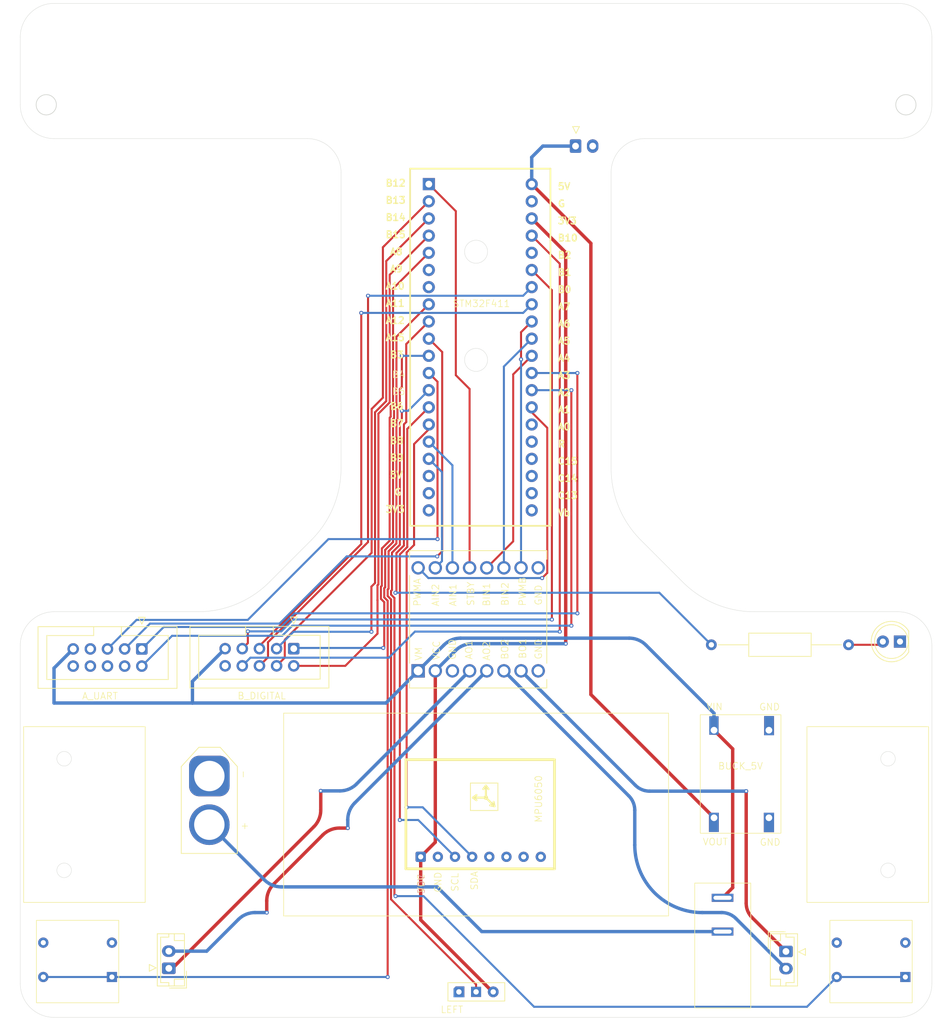
<source format=kicad_pcb>
(kicad_pcb (version 20241229) (generator "pcbnew") (generator_version "9.0")
  (layers (0 "F.Cu" signal) (2 "B.Cu" signal) (5 "F.SilkS" user "F.Silkscreen") (7 "B.SilkS" user "B.Silkscreen") (1 "F.Mask" user) (3 "B.Mask" user) (25 "Edge.Cuts" user))
  (net 0 "")
  (net 1 "C_GND")
  (net 2 "V_SW")
  (net 3 "V_BAT")
  (net 4 "5V")
  (net 6 "JPULSE")
  (net 7 "D7")
  (net 8 "D6")
  (net 9 "D4")
  (net 10 "D0")
  (net 11 "D1")
  (net 12 "D3")
  (net 13 "D5")
  (net 14 "D2")
  (net 15 "LSA_UEN")
  (net 19 "LSA_RX")
  (net 21 "LSA_TX")
  (net 22 "PRIORITY_SW")
  (net 25 "BI2")
  (net 29 "BI1")
  (net 30 "PWMA")
  (net 31 "STBY")
  (net 32 "PWMB")
  (net 33 "S_3V3")
  (net 35 "MPU_SCL")
  (net 36 "AI1")
  (net 37 "AI2")
  (net 39 "MPU_SDA")
  (net 40 "SW_TRY")
  (net 41 "LED_F")
  (net 43 "SW_RUN")
  (net 46 "AO1")
  (net 47 "AO2")
  (net 48 "BO1")
  (net 49 "BO2")
  (net 57 "Net-(D1-A)")
  (footprint "LINE_F_FOOT_LIB:BATTERY_LINE_XT60" (layer "F.Cu") (at 41.45 141.8 -90)
    (property "Reference" "BT1" (hide yes))
    (property "Value" "Battery")
  )
  (footprint "LINE_F_FOOT_LIB:LSA_UART" (layer "F.Cu") (at 45.2 123.59)
    (property "Reference" "LSA_UART1" (hide yes))
    (property "Value" "~")
  )
  (footprint "LINE_F_FOOT_LIB:connector_motor" (layer "F.Cu") (at 103.59 47.59)
    (property "Reference" "M4" (hide yes))
    (property "Value" "NOT_MOTOR" (hide yes))
  )
  (footprint "LINE_F_FOOT_LIB:MPU6050_AR" (layer "F.Cu") (at 99.112 150.03 90)
    (property "Reference" "MPU1" (hide yes))
    (property "Value" "~" (hide yes))
  )
  (footprint "LINE_F_FOOT_LIB:LED_LINE" (layer "F.Cu") (at 148.825 111.6025 180)
    (property "Reference" "D1" (hide yes))
    (property "Value" "LED" (hide yes))
  )
  (footprint "LINE_F_FOOT_LIB:battery_sw" (layer "F.Cu") (at 124 161.5 -90)
    (property "Reference" "SW1" (hide yes))
    (property "Value" "SW_SPST")
  )
  (footprint "LINE_F_FOOT_LIB:connector_motor" (layer "F.Cu") (at 46.48 163.39 90)
    (property "Reference" "M2" (hide yes))
    (property "Value" "Motor_DC" (hide yes))
  )
  (footprint "LINE_F_FOOT_LIB:connector_motor" (layer "F.Cu") (at 128.91 163.61 -90)
    (property "Reference" "M3" (hide yes))
    (property "Value" "Motor_DC" (hide yes))
  )
  (footprint "LINE_F_FOOT_LIB:RESISTOR_LINE" (layer "F.Cu") (at 132.67 120.7375)
    (property "Reference" "R1" (hide yes))
    (property "Value" "R" (hide yes))
  )
  (footprint "LINE_F_FOOT_LIB:push_button" (layer "F.Cu") (at 146.5 164 180)
    (property "Reference" "SW3" (hide yes))
    (property "Value" "SW_Push")
  )
  (footprint "LINE_F_FOOT_LIB:FINAL_BLACKPILL_LINE" (layer "F.Cu") (at 88.12 72.87)
    (property "Reference" "m1" (hide yes))
    (property "Value" "BLACKPILL")
  )
  (footprint "LINE_F_FOOT_LIB:SLIDE SW" (layer "F.Cu") (at 87.45 171.3125)
    (property "Reference" "SW2" (hide yes))
    (property "Value" "SW_SPDT" (hide yes))
  )
  (footprint "LINE_F_FOOT_LIB:push_button" (layer "F.Cu") (at 29 164 180)
    (property "Reference" "SW4" (hide yes))
    (property "Value" "SW_Push")
  )
  (footprint "LINE_F_FOOT_LIB:TB6612FNG_LINE" (layer "F.Cu") (at 87.81 113.12 90)
    (property "Reference" "U1" (hide yes))
    (property "Value" "TB6612FNG_LINE")
  )
  (footprint "LINE_F_FOOT_LIB:LSA_DIGITAL" (layer "F.Cu") (at 70.06 120.61)
    (property "Reference" "LSA_DIGITAL1" (hide yes))
    (property "Value" "~")
  )
  (footprint "LINE_F_FOOT_LIB:BUCK_SMD" (layer "F.Cu") (at 140 139.563)
    (property "Reference" "BUCK1" (hide yes))
    (property "Value" "~" (hide yes))
  )
  (gr_rect (start 136.5 129) (end 154.5 155) (stroke (width 0.1)) (fill no) (layer "F.SilkS"))
  (gr_rect (start 20.5 129) (end 38.5 155) (stroke (width 0.1)) (fill no) (layer "F.SilkS"))
  (gr_rect (start 59 127) (end 116 157) (stroke (width 0.1)) (fill no) (layer "F.SilkS"))
  (gr_circle (center 26.5 150.255) (end 27.577631 150.255) (stroke (width 0.05)) (fill no) (layer "Edge.Cuts"))
  (gr_line (start 150 22) (end 87.5 22) (stroke (width 0.05)) (layer "Edge.Cuts"))
  (gr_line (start 20 37) (end 20 27) (stroke (width 0.05)) (layer "Edge.Cuts"))
  (gr_circle (center 26.5 133.745) (end 27.577631 133.745) (stroke (width 0.05)) (fill no) (layer "Edge.Cuts"))
  (gr_arc (start 62.5 42) (mid 66.035534 43.464466) (end 67.5 47) (stroke (width 0.05)) (layer "Edge.Cuts"))
  (gr_line (start 25 22) (end 87.5 22) (stroke (width 0.05)) (layer "Edge.Cuts"))
  (gr_circle (center 87.5 74.74) (end 89.024 73.978) (stroke (width 0.05)) (fill no) (layer "Edge.Cuts"))
  (gr_arc (start 25 42) (mid 21.464466 40.535534) (end 20 37) (stroke (width 0.05)) (layer "Edge.Cuts"))
  (gr_circle (center 87.5 58.74) (end 89.203884 58.74) (stroke (width 0.05)) (fill no) (layer "Edge.Cuts"))
  (gr_line (start 20 117) (end 20 167) (stroke (width 0.05)) (layer "Edge.Cuts"))
  (gr_arc (start 20 117) (mid 21.464466 113.464466) (end 25 112) (stroke (width 0.05)) (layer "Edge.Cuts"))
  (gr_line (start 118.106601 107.606601) (end 111.893398 101.393398) (stroke (width 0.05)) (layer "Edge.Cuts"))
  (gr_arc (start 150 22) (mid 153.535534 23.464466) (end 155 27) (stroke (width 0.05)) (layer "Edge.Cuts"))
  (gr_line (start 155 117) (end 155 167) (stroke (width 0.05)) (layer "Edge.Cuts"))
  (gr_line (start 25 112) (end 46.286798 112) (stroke (width 0.05)) (layer "Edge.Cuts"))
  (gr_arc (start 20 27) (mid 21.464466 23.464466) (end 25 22) (stroke (width 0.05)) (layer "Edge.Cuts"))
  (gr_arc (start 111.893398 101.393398) (mid 108.641808 96.527048) (end 107.5 90.786797) (stroke (width 0.05)) (layer "Edge.Cuts"))
  (gr_arc (start 107.5 47) (mid 108.964466 43.464466) (end 112.5 42) (stroke (width 0.05)) (layer "Edge.Cuts"))
  (gr_line (start 155 37) (end 155 27) (stroke (width 0.05)) (layer "Edge.Cuts"))
  (gr_line (start 25 172) (end 87.5 172) (stroke (width 0.05)) (layer "Edge.Cuts"))
  (gr_line (start 150 172) (end 87.5 172) (stroke (width 0.05)) (layer "Edge.Cuts"))
  (gr_line (start 63.106602 101.393399) (end 56.893399 107.606602) (stroke (width 0.05)) (layer "Edge.Cuts"))
  (gr_arc (start 155 37) (mid 153.535534 40.535534) (end 150 42) (stroke (width 0.05)) (layer "Edge.Cuts"))
  (gr_circle (center 151.15 37) (end 152.65 37) (stroke (width 0.1)) (fill no) (layer "Edge.Cuts"))
  (gr_circle (center 148.5 150.255) (end 149.577631 150.255) (stroke (width 0.05)) (fill no) (layer "Edge.Cuts"))
  (gr_arc (start 155 167) (mid 153.535534 170.535534) (end 150 172) (stroke (width 0.05)) (layer "Edge.Cuts"))
  (gr_circle (center 148.5 133.745) (end 149.577631 133.745) (stroke (width 0.05)) (fill no) (layer "Edge.Cuts"))
  (gr_line (start 150 112) (end 128.713203 112) (stroke (width 0.05)) (layer "Edge.Cuts"))
  (gr_arc (start 67.500001 90.786797) (mid 66.358194 96.527049) (end 63.106602 101.393399) (stroke (width 0.05)) (layer "Edge.Cuts"))
  (gr_line (start 150 42) (end 112.5 42) (stroke (width 0.05)) (layer "Edge.Cuts"))
  (gr_line (start 107.5 47) (end 107.5 90.786797) (stroke (width 0.05)) (layer "Edge.Cuts"))
  (gr_line (start 67.5 47) (end 67.500001 90.786797) (stroke (width 0.05)) (layer "Edge.Cuts"))
  (gr_line (start 25 42) (end 62.5 42) (stroke (width 0.05)) (layer "Edge.Cuts"))
  (gr_arc (start 25 172) (mid 21.464466 170.535534) (end 20 167) (stroke (width 0.05)) (layer "Edge.Cuts"))
  (gr_arc (start 150 112) (mid 153.535534 113.464466) (end 155 117) (stroke (width 0.05)) (layer "Edge.Cuts"))
  (gr_arc (start 56.893399 107.606602) (mid 52.027049 110.858192) (end 46.286798 112) (stroke (width 0.05)) (layer "Edge.Cuts"))
  (gr_arc (start 128.713203 112) (mid 122.972951 110.858193) (end 118.106601 107.606601) (stroke (width 0.05)) (layer "Edge.Cuts"))
  (gr_circle (center 23.85 37) (end 25.35 37) (stroke (width 0.1)) (fill no) (layer "Edge.Cuts"))
  (gr_text "B4" (at 75 77.5 0) (layer "F.SilkS") (effects (font (size 1 1) (thickness 0.1)) (justify left bottom)))
  (gr_text "B5\n" (at 75 80 0) (layer "F.SilkS") (effects (font (size 1 1) (thickness 0.1)) (justify left bottom)))
  (segment (start 81.7314 152.699) (end 58.648659 152.699) (width 0.5) (layer "B.Cu") (net 2))
  (segment (start 124 159.315) (end 88.3475 159.315) (width 0.5) (layer "B.Cu") (net 2))
  (segment (start 56.173772 151.67386) (end 48 143.5) (width 0.5) (layer "B.Cu") (net 2))
  (segment (start 88.3475 159.315) (end 81.7314 152.699) (width 0.5) (layer "B.Cu") (net 2))
  (arc (start 58.648659 152.699) (mid 57.309258 152.432575) (end 56.173772 151.67386) (width 0.5) (layer "B.Cu") (net 2))
  (segment (start 122.736 129.523) (end 125.5 132.287) (width 0.5) (layer "F.Cu") (net 3))
  (segment (start 125.5 132.287) (end 125.5 152.815) (width 0.5) (layer "F.Cu") (net 3))
  (segment (start 125.5 152.815) (end 124 154.315) (width 0.5) (layer "F.Cu") (net 3))
  (segment (start 50.34 117.46) (end 45.5 122.3) (width 0.5) (layer "B.Cu") (net 3))
  (segment (start 122.736 127.011) (end 112.655107 116.931015) (width 0.5) (layer "B.Cu") (net 3))
  (segment (start 45.5 122.3) (end 45.5 125.5) (width 0.5) (layer "B.Cu") (net 3))
  (segment (start 25 120.34) (end 25 125.5) (width 0.5) (layer "B.Cu") (net 3))
  (segment (start 25 125.5) (end 45.5 125.5) (width 0.5) (layer "B.Cu") (net 3))
  (segment (start 110.180345 115.906) (end 85.204141 115.906) (width 0.5) (layer "B.Cu") (net 3))
  (segment (start 74.16 125.5) (end 78.92 120.74) (width 0.5) (layer "B.Cu") (net 3))
  (segment (start 45.5 125.5) (end 74.16 125.5) (width 0.5) (layer "B.Cu") (net 3))
  (segment (start 82.729395 116.930999) (end 78.92 120.74) (width 0.5) (layer "B.Cu") (net 3))
  (segment (start 27.84 117.5) (end 25 120.34) (width 0.5) (layer "B.Cu") (net 3))
  (segment (start 122.736 129.523) (end 122.736 127.011) (width 0.5) (layer "B.Cu") (net 3))
  (arc (start 82.729395 116.930999) (mid 83.864832 116.172387) (end 85.204141 115.906) (width 0.5) (layer "B.Cu") (net 3))
  (arc (start 112.655107 116.931015) (mid 111.519664 116.172392) (end 110.180345 115.906) (width 0.5) (layer "B.Cu") (net 3))
  (segment (start 95.74 48.74) (end 104.5 57.5) (width 0.5) (layer "F.Cu") (net 4))
  (segment (start 104.5 57.5) (end 104.5 124.241) (width 0.5) (layer "F.Cu") (net 4))
  (segment (start 104.5 124.241) (end 122.736 142.477) (width 0.5) (layer "F.Cu") (net 4))
  (segment (start 95.74 48.74) (end 95.74 44.76) (width 0.5) (layer "B.Cu") (net 4))
  (segment (start 97.39 43.11) (end 102.23 43.11) (width 0.5) (layer "B.Cu") (net 4))
  (segment (start 95.74 44.76) (end 97.39 43.11) (width 0.5) (layer "B.Cu") (net 4))
  (segment (start 81.7893 101.254) (end 81.7893 77.9693) (width 0.3) (layer "F.Cu") (net 6))
  (segment (start 81.7893 77.9693) (end 80.5 76.68) (width 0.3) (layer "F.Cu") (net 6))
  (via (at 81.7893 101.254) (size 0.6) (drill 0.3) (layers "F.Cu" "B.Cu") (net 6))
  (segment (start 81.7893 101.254) (end 65.642 101.254) (width 0.3) (layer "B.Cu") (net 6))
  (segment (start 37.2165 113.204) (end 32.92 117.5) (width 0.3) (layer "B.Cu") (net 6))
  (segment (start 65.642 101.254) (end 53.6929 113.204) (width 0.3) (layer "B.Cu") (net 6))
  (segment (start 53.6929 113.204) (end 37.2165 113.204) (width 0.3) (layer "B.Cu") (net 6))
  (segment (start 99.8912 114.932) (end 99.8912 60.5112) (width 0.3) (layer "F.Cu") (net 7))
  (segment (start 99.8912 60.5112) (end 95.74 56.36) (width 0.3) (layer "F.Cu") (net 7))
  (via (at 99.8912 114.932) (size 0.6) (drill 0.3) (layers "F.Cu" "B.Cu") (net 7))
  (segment (start 74.5898 118.793) (end 78.4508 114.932) (width 0.3) (layer "B.Cu") (net 7))
  (segment (start 54.0869 118.793) (end 74.5898 118.793) (width 0.3) (layer "B.Cu") (net 7))
  (segment (start 78.4508 114.932) (end 99.8912 114.932) (width 0.3) (layer "B.Cu") (net 7))
  (segment (start 52.88 120) (end 54.0869 118.793) (width 0.3) (layer "B.Cu") (net 7))
  (segment (start 95.74 61.44) (end 98.7267 64.4267) (width 0.3) (layer "F.Cu") (net 8))
  (segment (start 98.7267 64.4267) (end 98.7267 113.145) (width 0.3) (layer "F.Cu") (net 8))
  (segment (start 52.88 117.46) (end 53.7008 116.639) (width 0.3) (layer "F.Cu") (net 8))
  (segment (start 53.7008 116.639) (end 53.7008 114.903) (width 0.3) (layer "F.Cu") (net 8))
  (via (at 98.7267 113.145) (size 0.6) (drill 0.3) (layers "F.Cu" "B.Cu") (net 8))
  (via (at 53.7008 114.903) (size 0.6) (drill 0.3) (layers "F.Cu" "B.Cu") (net 8))
  (segment (start 60.4162 113.145) (end 98.7267 113.145) (width 0.3) (layer "B.Cu") (net 8))
  (segment (start 58.6584 114.903) (end 60.4162 113.145) (width 0.3) (layer "B.Cu") (net 8))
  (segment (start 53.7008 114.903) (end 58.6584 114.903) (width 0.3) (layer "B.Cu") (net 8))
  (segment (start 55.42 117.061) (end 55.42 117.46) (width 0.3) (layer "F.Cu") (net 9))
  (segment (start 70.5 101.981) (end 55.42 117.061) (width 0.3) (layer "F.Cu") (net 9))
  (segment (start 70.5 67.7901) (end 70.5 101.981) (width 0.3) (layer "F.Cu") (net 9))
  (via (at 70.5 67.7901) (size 0.6) (drill 0.3) (layers "F.Cu" "B.Cu") (net 9))
  (segment (start 70.5 67.7901) (end 94.4699 67.7901) (width 0.3) (layer "B.Cu") (net 9))
  (segment (start 94.4699 67.7901) (end 95.74 66.52) (width 0.3) (layer "B.Cu") (net 9))
  (segment (start 75.2045 64.1955) (end 75.2045 81.2397) (width 0.3) (layer "F.Cu") (net 10))
  (segment (start 74.855 81.5892) (end 74.855 83.1462) (width 0.3) (layer "F.Cu") (net 10))
  (segment (start 73.4024 110.083) (end 73.904 110.585) (width 0.3) (layer "F.Cu") (net 10))
  (segment (start 73.539 108.161) (end 73.4024 108.298) (width 0.3) (layer "F.Cu") (net 10))
  (segment (start 73.539 102.642) (end 73.539 108.161) (width 0.3) (layer "F.Cu") (net 10))
  (segment (start 74.855 83.1462) (end 74.7028 83.2984) (width 0.3) (layer "F.Cu") (net 10))
  (segment (start 80.5 58.9) (end 75.2045 64.1955) (width 0.3) (layer "F.Cu") (net 10))
  (segment (start 74.7028 83.2984) (end 74.7028 101.478) (width 0.3) (layer "F.Cu") (net 10))
  (segment (start 73.904 110.585) (end 73.904 117.202) (width 0.3) (layer "F.Cu") (net 10))
  (segment (start 73.904 117.202) (end 73.7539 117.352) (width 0.3) (layer "F.Cu") (net 10))
  (segment (start 73.4024 108.298) (end 73.4024 110.083) (width 0.3) (layer "F.Cu") (net 10))
  (segment (start 75.2045 81.2397) (end 74.855 81.5892) (width 0.3) (layer "F.Cu") (net 10))
  (segment (start 74.7028 101.478) (end 73.539 102.642) (width 0.3) (layer "F.Cu") (net 10))
  (via (at 73.7539 117.352) (size 0.6) (drill 0.3) (layers "F.Cu" "B.Cu") (net 10))
  (segment (start 60.5 117.46) (end 60.6079 117.352) (width 0.3) (layer "B.Cu") (net 10))
  (segment (start 60.6079 117.352) (end 73.7539 117.352) (width 0.3) (layer "B.Cu") (net 10))
  (segment (start 80.5 56.36) (end 74.7028 62.1572) (width 0.3) (layer "F.Cu") (net 11))
  (segment (start 72.9045 115.229) (end 68.1332 120) (width 0.3) (layer "F.Cu") (net 11))
  (segment (start 72.9007 110.291) (end 72.9045 110.295) (width 0.3) (layer "F.Cu") (net 11))
  (segment (start 72.9007 108.09) (end 72.9007 110.291) (width 0.3) (layer "F.Cu") (net 11))
  (segment (start 74.7028 62.1572) (end 74.7028 81.032) (width 0.3) (layer "F.Cu") (net 11))
  (segment (start 68.1332 120) (end 60.5 120) (width 0.3) (layer "F.Cu") (net 11))
  (segment (start 73.0373 107.953) (end 72.9007 108.09) (width 0.3) (layer "F.Cu") (net 11))
  (segment (start 74.7028 81.032) (end 73.0373 82.6975) (width 0.3) (layer "F.Cu") (net 11))
  (segment (start 73.0373 82.6975) (end 73.0373 107.953) (width 0.3) (layer "F.Cu") (net 11))
  (segment (start 72.9045 110.295) (end 72.9045 115.229) (width 0.3) (layer "F.Cu") (net 11))
  (segment (start 73.7001 58.0799) (end 73.7001 80.3338) (width 0.3) (layer "F.Cu") (net 12))
  (segment (start 73.89 57.89) (end 73.8523 57.9277) (width 0.3) (layer "F.Cu") (net 12))
  (segment (start 59.1679 116.145) (end 59.1679 118.792) (width 0.3) (layer "F.Cu") (net 12))
  (segment (start 59.1679 118.792) (end 57.96 120) (width 0.3) (layer "F.Cu") (net 12))
  (segment (start 73.89 57.89) (end 80.5 51.28) (width 0.3) (layer "F.Cu") (net 12))
  (segment (start 73.89 57.89) (end 73.7001 58.0799) (width 0.3) (layer "F.Cu") (net 12))
  (segment (start 72.0339 103.279) (end 59.1679 116.145) (width 0.3) (layer "F.Cu") (net 12))
  (segment (start 72.0339 82) (end 72.0339 103.279) (width 0.3) (layer "F.Cu") (net 12))
  (segment (start 73.7001 80.3338) (end 72.0339 82) (width 0.3) (layer "F.Cu") (net 12))
  (segment (start 55.42 120) (end 56.69 118.73) (width 0.3) (layer "F.Cu") (net 13))
  (segment (start 56.69 116.5) (end 71.5 101.69) (width 0.3) (layer "F.Cu") (net 13))
  (segment (start 56.69 118.73) (end 56.69 116.5) (width 0.3) (layer "F.Cu") (net 13))
  (segment (start 71.5 101.69) (end 71.5 65.25) (width 0.3) (layer "F.Cu") (net 13))
  (via (at 71.5 65.25) (size 0.6) (drill 0.3) (layers "F.Cu" "B.Cu") (net 13))
  (segment (start 94.47 65.25) (end 95.74 63.98) (width 0.3) (layer "B.Cu") (net 13))
  (segment (start 71.5 65.25) (end 94.47 65.25) (width 0.3) (layer "B.Cu") (net 13))
  (segment (start 74.2011 60.1189) (end 74.2011 80.8243) (width 0.3) (layer "F.Cu") (net 14))
  (segment (start 72.5356 82.4898) (end 72.5356 107.746) (width 0.3) (layer "F.Cu") (net 14))
  (segment (start 80.5 53.82) (end 74.2011 60.1189) (width 0.3) (layer "F.Cu") (net 14))
  (segment (start 74.2011 80.8243) (end 72.5356 82.4898) (width 0.3) (layer "F.Cu") (net 14))
  (segment (start 72 108.2816) (end 72 114.959) (width 0.3) (layer "F.Cu") (net 14))
  (segment (start 72.5356 107.746) (end 72 108.2816) (width 0.3) (layer "F.Cu") (net 14))
  (via (at 72 114.959) (size 0.6) (drill 0.3) (layers "F.Cu" "B.Cu") (net 14))
  (segment (start 72 114.959) (end 60.4612 114.959) (width 0.3) (layer "B.Cu") (net 14))
  (segment (start 60.4612 114.959) (end 57.96 117.46) (width 0.3) (layer "B.Cu") (net 14))
  (segment (start 82.4831 103.067) (end 82.4831 73.5831) (width 0.3) (layer "F.Cu") (net 15))
  (segment (start 81.741 103.81) (end 82.4831 103.067) (width 0.3) (layer "F.Cu") (net 15))
  (segment (start 82.4831 73.5831) (end 80.5 71.6) (width 0.3) (layer "F.Cu") (net 15))
  (via (at 81.741 103.81) (size 0.6) (drill 0.3) (layers "F.Cu" "B.Cu") (net 15))
  (segment (start 39.2103 113.75) (end 35.46 117.5) (width 0.3) (layer "B.Cu") (net 15))
  (segment (start 58.3923 113.75) (end 39.2103 113.75) (width 0.3) (layer "B.Cu") (net 15))
  (segment (start 68.3332 103.81) (end 58.5823 113.56) (width 0.3) (layer "B.Cu") (net 15))
  (segment (start 58.5823 113.56) (end 58.3923 113.75) (width 0.3) (layer "B.Cu") (net 15))
  (segment (start 81.741 103.81) (end 68.3332 103.81) (width 0.3) (layer "B.Cu") (net 15))
  (segment (start 101.609 79.22) (end 101.609 114.059) (width 0.3) (layer "F.Cu") (net 19))
  (via (at 101.609 79.22) (size 0.6) (drill 0.3) (layers "F.Cu" "B.Cu") (net 19))
  (via (at 101.609 114.059) (size 0.6) (drill 0.3) (layers "F.Cu" "B.Cu") (net 19))
  (segment (start 42.4852 115.555) (end 58.7904 115.555) (width 0.3) (layer "B.Cu") (net 19))
  (segment (start 60.2865 114.059) (end 101.609 114.059) (width 0.3) (layer "B.Cu") (net 19))
  (segment (start 38 120.04) (end 42.4852 115.555) (width 0.3) (layer "B.Cu") (net 19))
  (segment (start 95.74 79.22) (end 101.609 79.22) (width 0.3) (layer "B.Cu") (net 19))
  (segment (start 58.7904 115.555) (end 60.2865 114.059) (width 0.3) (layer "B.Cu") (net 19))
  (segment (start 102.5 76.68) (end 102.5 112.232) (width 0.3) (layer "F.Cu") (net 21))
  (via (at 102.5 76.68) (size 0.6) (drill 0.3) (layers "F.Cu" "B.Cu") (net 21))
  (via (at 102.5 112.232) (size 0.6) (drill 0.3) (layers "F.Cu" "B.Cu") (net 21))
  (segment (start 102.5 112.232) (end 60.6205 112.232) (width 0.3) (layer "B.Cu") (net 21))
  (segment (start 41.2486 114.251) (end 38 117.5) (width 0.3) (layer "B.Cu") (net 21))
  (segment (start 60.6205 112.232) (end 60.2085 112.644) (width 0.3) (layer "B.Cu") (net 21))
  (segment (start 95.74 76.68) (end 102.5 76.68) (width 0.3) (layer "B.Cu") (net 21))
  (segment (start 58.601 114.251) (end 41.2486 114.251) (width 0.3) (layer "B.Cu") (net 21))
  (segment (start 60.2085 112.644) (end 58.79 114.062) (width 0.3) (layer "B.Cu") (net 21))
  (segment (start 58.79 114.062) (end 58.601 114.251) (width 0.3) (layer "B.Cu") (net 21))
  (segment (start 75.7062 101.893) (end 74.5424 103.057) (width 0.3) (layer "F.Cu") (net 22))
  (segment (start 76.2079 79.0595) (end 76.2079 81.6551) (width 0.3) (layer "F.Cu") (net 22))
  (segment (start 76.5101 78.7573) (end 76.2079 79.0595) (width 0.3) (layer "F.Cu") (net 22))
  (segment (start 76.5101 74.14) (end 76.5101 78.7573) (width 0.3) (layer "F.Cu") (net 22))
  (segment (start 74.9074 154.538) (end 87.5 167.131) (width 0.3) (layer "F.Cu") (net 22))
  (segment (start 74.4065 109.6691) (end 74.9074 110.17) (width 0.3) (layer "F.Cu") (net 22))
  (segment (start 74.5424 103.057) (end 74.5424 108.577575) (width 0.3) (layer "F.Cu") (net 22))
  (segment (start 74.5424 108.577575) (end 74.4065 108.713475) (width 0.3) (layer "F.Cu") (net 22))
  (segment (start 87.5 167.131) (end 87.5 168.2325) (width 0.3) (layer "F.Cu") (net 22))
  (segment (start 74.9074 110.17) (end 74.9074 154.538) (width 0.3) (layer "F.Cu") (net 22))
  (segment (start 75.7062 83.7139) (end 75.7062 101.893) (width 0.3) (layer "F.Cu") (net 22))
  (segment (start 75.8584 83.5617) (end 75.7062 83.7139) (width 0.3) (layer "F.Cu") (net 22))
  (segment (start 76.2079 81.6551) (end 75.8584 82.0046) (width 0.3) (layer "F.Cu") (net 22))
  (segment (start 75.8584 82.0046) (end 75.8584 83.5617) (width 0.3) (layer "F.Cu") (net 22))
  (segment (start 74.4065 108.713475) (end 74.4065 109.6691) (width 0.3) (layer "F.Cu") (net 22))
  (via (at 76.5101 74.14) (size 0.6) (drill 0.3) (layers "F.Cu" "B.Cu") (net 22))
  (segment (start 80.5 74.14) (end 76.5101 74.14) (width 0.3) (layer "B.Cu") (net 22))
  (segment (start 91.62 75.72) (end 95.74 71.6) (width 0.3) (layer "B.Cu") (net 25))
  (segment (start 91.62 105.5) (end 91.62 75.72) (width 0.3) (layer "B.Cu") (net 25))
  (segment (start 89.08 105.5) (end 93 101.58) (width 0.3) (layer "F.Cu") (net 29))
  (segment (start 93 76.88) (end 95.74 74.14) (width 0.3) (layer "F.Cu") (net 29))
  (segment (start 89.08 105.92) (end 89 106) (width 0.3) (layer "F.Cu") (net 29))
  (segment (start 89.08 105.5) (end 89.08 105.92) (width 0.3) (layer "F.Cu") (net 29))
  (segment (start 93 101.58) (end 93 76.88) (width 0.3) (layer "F.Cu") (net 29))
  (segment (start 79 105.5) (end 79.5 106) (width 0.3) (layer "F.Cu") (net 30))
  (segment (start 98.045 84.7984) (end 95.74 82.4934) (width 0.3) (layer "F.Cu") (net 30))
  (segment (start 95.74 82.4934) (end 95.74 81.76) (width 0.3) (layer "F.Cu") (net 30))
  (segment (start 78.92 105.5) (end 79 105.5) (width 0.3) (layer "F.Cu") (net 30))
  (segment (start 98.045 106.247) (end 98.045 84.7984) (width 0.3) (layer "F.Cu") (net 30))
  (segment (start 97.2768 107.016) (end 98.045 106.247) (width 0.3) (layer "F.Cu") (net 30))
  (via (at 97.2768 107.016) (size 0.6) (drill 0.3) (layers "F.Cu" "B.Cu") (net 30))
  (segment (start 80.4356 107.016) (end 97.2768 107.016) (width 0.3) (layer "B.Cu") (net 30))
  (segment (start 78.92 105.5) (end 80.4356 107.016) (width 0.3) (layer "B.Cu") (net 30))
  (segment (start 86.54 79.04) (end 84.5 77) (width 0.3) (layer "F.Cu") (net 31))
  (segment (start 86.54 105.5) (end 86.54 79.04) (width 0.3) (layer "F.Cu") (net 31))
  (segment (start 84.5 52.74) (end 80.5 48.74) (width 0.3) (layer "F.Cu") (net 31))
  (segment (start 84.5 77) (end 84.5 52.74) (width 0.3) (layer "F.Cu") (net 31))
  (segment (start 94.16 74.66) (end 94.16 70.64) (width 0.3) (layer "F.Cu") (net 32))
  (segment (start 94.16 70.64) (end 95.74 69.06) (width 0.3) (layer "F.Cu") (net 32))
  (via (at 94.16 74.66) (size 0.6) (drill 0.3) (layers "F.Cu" "B.Cu") (net 32))
  (segment (start 94.16 105.5) (end 94.16 74.66) (width 0.3) (layer "B.Cu") (net 32))
  (segment (start 90.0395 168.232) (end 90.04 168.2325) (width 0.5) (layer "F.Cu") (net 33))
  (segment (start 79.3 157.585) (end 89.9473 168.232) (width 0.5) (layer "F.Cu") (net 33))
  (segment (start 95.74 53.82) (end 100.774 58.8538) (width 0.5) (layer "F.Cu") (net 33))
  (segment (start 79.3 148.252) (end 81.46 146.092) (width 0.5) (layer "F.Cu") (net 33))
  (segment (start 100.774 58.8538) (end 100.774 116.723) (width 0.5) (layer "F.Cu") (net 33))
  (segment (start 90.0395 168.232) (end 90.04 168.232) (width 0.5) (layer "F.Cu") (net 33))
  (segment (start 81.46 146.092) (end 81.46 120.74) (width 0.5) (layer "F.Cu") (net 33))
  (segment (start 89.9473 168.232) (end 90.0395 168.232) (width 0.5) (layer "F.Cu") (net 33))
  (segment (start 79.3 148.252) (end 79.3 157.585) (width 0.5) (layer "F.Cu") (net 33))
  (via (at 100.774 116.723) (size 0.6) (drill 0.3) (layers "F.Cu" "B.Cu") (net 33))
  (segment (start 86.926971 116.723) (end 100.774 116.723) (width 0.5) (layer "B.Cu") (net 33))
  (segment (start 81.46 120.74) (end 84.45219 117.748034) (width 0.5) (layer "B.Cu") (net 33))
  (arc (start 84.45219 117.748034) (mid 85.58764 116.989397) (end 86.926971 116.723) (width 0.5) (layer "B.Cu") (net 33))
  (segment (start 80.5 81.76) (end 77.314 84.946) (width 0.3) (layer "F.Cu") (net 35))
  (segment (start 77.314 102.414) (end 76.2125 103.5155) (width 0.3) (layer "F.Cu") (net 35))
  (segment (start 77.314 84.946) (end 77.314 102.414) (width 0.3) (layer "F.Cu") (net 35))
  (segment (start 76.2125 103.5155) (end 76.2125 142.804) (width 0.3) (layer "F.Cu") (net 35))
  (via (at 76.2125 142.804) (size 0.6) (drill 0.3) (layers "F.Cu" "B.Cu") (net 35))
  (segment (start 78.9317 142.804) (end 76.2125 142.804) (width 0.3) (layer "B.Cu") (net 35))
  (segment (start 84.38 148.252) (end 78.9317 142.804) (width 0.3) (layer "B.Cu") (net 35))
  (segment (start 84 90.34) (end 80.5 86.84) (width 0.3) (layer "B.Cu") (net 36))
  (segment (start 84 105.5) (end 84 90.34) (width 0.3) (layer "B.Cu") (net 36))
  (segment (start 81.46 105.5) (end 82.45 104.51) (width 0.3) (layer "B.Cu") (net 37))
  (segment (start 82.45 104.51) (end 82.45 91.33) (width 0.3) (layer "B.Cu") (net 37))
  (segment (start 82.45 91.33) (end 80.5 89.38) (width 0.3) (layer "B.Cu") (net 37))
  (segment (start 80.5 84.3) (end 80.5 85.0123) (width 0.3) (layer "F.Cu") (net 39))
  (segment (start 78.3174 87.1949) (end 78.3174 102.12) (width 0.3) (layer "F.Cu") (net 39))
  (segment (start 77.2144 103.223) (end 77.2144 140.927) (width 0.3) (layer "F.Cu") (net 39))
  (segment (start 78.3174 102.12) (end 77.2144 103.223) (width 0.3) (layer "F.Cu") (net 39))
  (segment (start 80.5 85.0123) (end 78.3174 87.1949) (width 0.3) (layer "F.Cu") (net 39))
  (via (at 77.2144 140.927) (size 0.6) (drill 0.3) (layers "F.Cu" "B.Cu") (net 39))
  (segment (start 79.5952 140.927) (end 77.2144 140.927) (width 0.3) (layer "B.Cu") (net 39))
  (segment (start 86.92 148.252) (end 79.5952 140.927) (width 0.3) (layer "B.Cu") (net 39))
  (segment (start 74.0407 102.849) (end 74.0407 108.369) (width 0.3) (layer "F.Cu") (net 40))
  (segment (start 75.7062 81.4474) (end 75.3567 81.7969) (width 0.3) (layer "F.Cu") (net 40))
  (segment (start 73.9041 108.505) (end 73.9041 109.876) (width 0.3) (layer "F.Cu") (net 40))
  (segment (start 73.9041 109.876) (end 74.4057 110.377) (width 0.3) (layer "F.Cu") (net 40))
  (segment (start 74.4057 110.377) (end 74.4057 166.032) (width 0.3) (layer "F.Cu") (net 40))
  (segment (start 74.0407 108.369) (end 73.9041 108.505) (width 0.3) (layer "F.Cu") (net 40))
  (segment (start 80.5 66.52) (end 75.7062 71.3138) (width 0.3) (layer "F.Cu") (net 40))
  (segment (start 75.3567 83.3539) (end 75.2045 83.5061) (width 0.3) (layer "F.Cu") (net 40))
  (segment (start 75.7062 71.3138) (end 75.7062 81.4474) (width 0.3) (layer "F.Cu") (net 40))
  (segment (start 75.2045 83.5061) (end 75.2045 101.686) (width 0.3) (layer "F.Cu") (net 40))
  (segment (start 75.2045 101.686) (end 74.0407 102.849) (width 0.3) (layer "F.Cu") (net 40))
  (segment (start 75.3567 81.7969) (end 75.3567 83.3539) (width 0.3) (layer "F.Cu") (net 40))
  (via (at 74.4057 166.032) (size 0.6) (drill 0.3) (layers "F.Cu" "B.Cu") (net 40))
  (segment (start 33.572 166.032) (end 74.4057 166.032) (width 0.3) (layer "B.Cu") (net 40))
  (segment (start 23.412 166.032) (end 33.572 166.032) (width 0.3) (layer "B.Cu") (net 40))
  (segment (start 75.708635 103.309665) (end 75.708635 109.040965) (width 0.3) (layer "F.Cu") (net 41))
  (segment (start 76.8123 102.206) (end 76.8123 84.2765) (width 0.3) (layer "F.Cu") (net 41))
  (segment (start 77.1618 72.3982) (end 80.5 69.06) (width 0.3) (layer "F.Cu") (net 41))
  (segment (start 75.708635 109.040965) (end 75.5596 109.19) (width 0.3) (layer "F.Cu") (net 41))
  (segment (start 77.1618 83.927) (end 77.1618 72.3982) (width 0.3) (layer "F.Cu") (net 41))
  (segment (start 76.8123 84.2765) (end 77.1618 83.927) (width 0.3) (layer "F.Cu") (net 41))
  (segment (start 75.5596 109.19) (end 75.7093 109.041) (width 0.3) (layer "F.Cu") (net 41))
  (segment (start 76.8123 102.206) (end 75.708635 103.309665) (width 0.3) (layer "F.Cu") (net 41))
  (via (at 75.5596 109.19) (size 0.6) (drill 0.3) (layers "F.Cu" "B.Cu") (net 41))
  (segment (start 122.34 116.887) (end 122.34 116.8875) (width 0.3) (layer "B.Cu") (net 41))
  (segment (start 114.643 109.19) (end 122.34 116.887) (width 0.3) (layer "B.Cu") (net 41))
  (segment (start 122.34 116.8875) (end 122.34 116.888) (width 0.3) (layer "B.Cu") (net 41))
  (segment (start 75.5596 109.19) (end 114.643 109.19) (width 0.3) (layer "B.Cu") (net 41))
  (segment (start 74.9075 109.46) (end 75.4091 109.962) (width 0.3) (layer "F.Cu") (net 43))
  (segment (start 75.0441 108.7844) (end 74.9075 108.921) (width 0.3) (layer "F.Cu") (net 43))
  (segment (start 74.9075 108.921) (end 74.9075 109.46) (width 0.3) (layer "F.Cu") (net 43))
  (segment (start 75.4091 153.897) (end 75.5804 154.068) (width 0.3) (layer "F.Cu") (net 43))
  (segment (start 76.5101 83.7442) (end 76.2079 84.0464) (width 0.3) (layer "F.Cu") (net 43))
  (segment (start 75.4091 109.962) (end 75.4091 153.897) (width 0.3) (layer "F.Cu") (net 43))
  (segment (start 76.2079 84.0464) (end 76.2079 102.101) (width 0.3) (layer "F.Cu") (net 43))
  (segment (start 76.2079 102.101) (end 75.0441 103.265) (width 0.3) (layer "F.Cu") (net 43))
  (segment (start 75.0441 103.265) (end 75.0441 108.7844) (width 0.3) (layer "F.Cu") (net 43))
  (segment (start 76.5101 82.2744) (end 76.5101 83.7442) (width 0.3) (layer "F.Cu") (net 43))
  (via (at 76.5101 82.2744) (size 0.6) (drill 0.3) (layers "F.Cu" "B.Cu") (net 43))
  (via (at 75.5804 154.068) (size 0.6) (drill 0.3) (layers "F.Cu" "B.Cu") (net 43))
  (segment (start 151.072 166.032) (end 140.912 166.032) (width 0.3) (layer "B.Cu") (net 43))
  (segment (start 96.0811 170.436) (end 79.7132 154.068) (width 0.3) (layer "B.Cu") (net 43))
  (segment (start 77.4456 82.2744) (end 80.5 79.22) (width 0.3) (layer "B.Cu") (net 43))
  (segment (start 76.5101 82.2744) (end 77.4456 82.2744) (width 0.3) (layer "B.Cu") (net 43))
  (segment (start 79.7132 154.068) (end 75.5804 154.068) (width 0.3) (layer "B.Cu") (net 43))
  (segment (start 136.508 170.436) (end 96.0811 170.436) (width 0.3) (layer "B.Cu") (net 43))
  (segment (start 140.912 166.032) (end 136.508 170.436) (width 0.3) (layer "B.Cu") (net 43))
  (segment (start 64.5 138.5) (end 64.5 141.330253) (width 0.5) (layer "F.Cu") (net 46))
  (segment (start 63.474873 143.805127) (end 42.53 164.75) (width 0.5) (layer "F.Cu") (net 46))
  (segment (start 42.53 164.75) (end 42 164.75) (width 0.5) (layer "F.Cu") (net 46))
  (via (at 64.5 138.5) (size 0.6) (drill 0.3) (layers "F.Cu" "B.Cu") (net 46))
  (arc (start 64.5 141.330253) (mid 64.233578 142.669645) (end 63.474873 143.805127) (width 0.5) (layer "F.Cu") (net 46))
  (segment (start 86.54 120.74) (end 69.80508 137.47492) (width 0.5) (layer "B.Cu") (net 46))
  (segment (start 67.330253 138.5) (end 64.5 138.5) (width 0.5) (layer "B.Cu") (net 46))
  (arc (start 67.330253 138.5) (mid 68.669627 138.233599) (end 69.80508 137.47492) (width 0.5) (layer "B.Cu") (net 46))
  (segment (start 64.794873 145.025127) (end 57.525126 152.294874) (width 0.5) (layer "F.Cu") (net 47))
  (segment (start 68.5 144) (end 67.269747 144) (width 0.5) (layer "F.Cu") (net 47))
  (segment (start 56.5 154.769747) (end 56.5 156.5) (width 0.5) (layer "F.Cu") (net 47))
  (via (at 56.5 156.5) (size 0.6) (drill 0.3) (layers "F.Cu" "B.Cu") (net 47))
  (via (at 68.5 144) (size 0.6) (drill 0.3) (layers "F.Cu" "B.Cu") (net 47))
  (arc (start 64.794873 145.025127) (mid 65.930355 144.266422) (end 67.269747 144) (width 0.5) (layer "F.Cu") (net 47))
  (arc (start 57.525126 152.294874) (mid 56.766422 153.430355) (end 56.5 154.769747) (width 0.5) (layer "F.Cu") (net 47))
  (segment (start 47.61 162.21) (end 42 162.21) (width 0.5) (layer "B.Cu") (net 47))
  (segment (start 68.5 142.769747) (end 68.5 144) (width 0.5) (layer "B.Cu") (net 47))
  (segment (start 52.294873 157.525127) (end 47.61 162.21) (width 0.5) (layer "B.Cu") (net 47))
  (segment (start 56.5 156.5) (end 54.769747 156.5) (width 0.5) (layer "B.Cu") (net 47))
  (segment (start 89.08 120.74) (end 69.525126 140.294874) (width 0.5) (layer "B.Cu") (net 47))
  (arc (start 52.294873 157.525127) (mid 53.430355 156.766422) (end 54.769747 156.5) (width 0.5) (layer "B.Cu") (net 47))
  (arc (start 69.525126 140.294874) (mid 68.766422 141.430355) (end 68.5 142.769747) (width 0.5) (layer "B.Cu") (net 47))
  (segment (start 128.37868 157.23868) (end 133.39 162.25) (width 0.5) (layer "F.Cu") (net 48))
  (segment (start 127.5 138.539) (end 127.5 155.117359) (width 0.5) (layer "F.Cu") (net 48))
  (via (at 127.5 138.539) (size 0.6) (drill 0.3) (layers "F.Cu" "B.Cu") (net 48))
  (arc (start 127.5 155.117359) (mid 127.728362 156.26541) (end 128.37868 157.23868) (width 0.5) (layer "F.Cu") (net 48))
  (segment (start 113.201641 138.539) (end 127.5 138.539) (width 0.5) (layer "B.Cu") (net 48))
  (segment (start 94.16 120.74) (end 111.080321 137.660321) (width 0.5) (layer "B.Cu") (net 48))
  (arc (start 113.201641 138.539) (mid 112.053591 138.310639) (end 111.080321 137.660321) (width 0.5) (layer "B.Cu") (net 48))
  (segment (start 125.97868 157.37868) (end 133.39 164.79) (width 0.5) (layer "B.Cu") (net 49))
  (segment (start 111 141.362641) (end 111 146.5) (width 0.5) (layer "B.Cu") (net 49))
  (segment (start 91.62 120.74) (end 110.121321 139.241321) (width 0.5) (layer "B.Cu") (net 49))
  (segment (start 121 156.5) (end 123.857359 156.5) (width 0.5) (layer "B.Cu") (net 49))
  (arc (start 125.97868 157.37868) (mid 125.00541 156.728361) (end 123.857359 156.5) (width 0.5) (layer "B.Cu") (net 49))
  (arc (start 121 156.5) (mid 113.928932 153.571068) (end 111 146.5) (width 0.5) (layer "B.Cu") (net 49))
  (arc (start 110.121321 139.241321) (mid 110.771639 140.214591) (end 111 141.362641) (width 0.5) (layer "B.Cu") (net 49))
  (segment (start 147.4975 116.65) (end 147.735 116.4125) (width 0.3) (layer "F.Cu") (net 57))
  (segment (start 142.6605 116.888) (end 147.26 116.888) (width 0.3) (layer "F.Cu") (net 57))
  (segment (start 147.4975 116.65) (end 147.735 116.412) (width 0.3) (layer "F.Cu") (net 57))
  (segment (start 142.6605 116.888) (end 142.66 116.8875) (width 0.3) (layer "F.Cu") (net 57))
  (segment (start 142.66 116.888) (end 142.6605 116.888) (width 0.3) (layer "F.Cu") (net 57))
  (segment (start 147.26 116.888) (end 147.4975 116.65) (width 0.3) (layer "F.Cu") (net 57))
)
</source>
